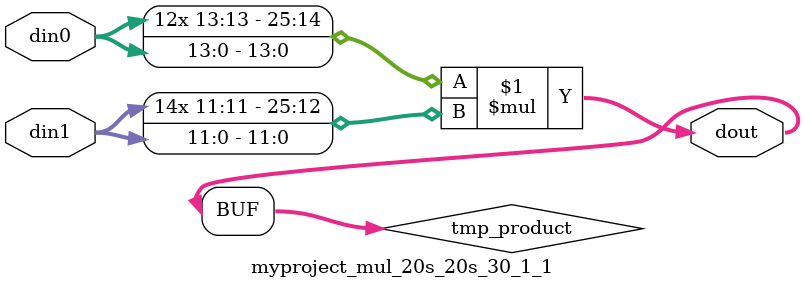
<source format=v>

`timescale 1 ns / 1 ps

  module myproject_mul_20s_20s_30_1_1(din0, din1, dout);
parameter ID = 1;
parameter NUM_STAGE = 0;
parameter din0_WIDTH = 14;
parameter din1_WIDTH = 12;
parameter dout_WIDTH = 26;

input [din0_WIDTH - 1 : 0] din0; 
input [din1_WIDTH - 1 : 0] din1; 
output [dout_WIDTH - 1 : 0] dout;

wire signed [dout_WIDTH - 1 : 0] tmp_product;













assign tmp_product = $signed(din0) * $signed(din1);








assign dout = tmp_product;







endmodule

</source>
